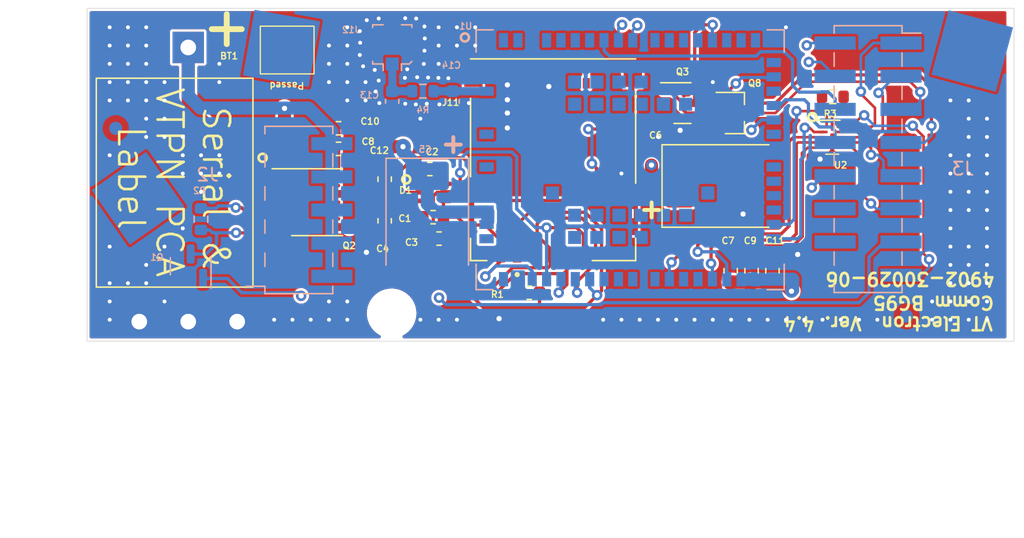
<source format=kicad_pcb>
(kicad_pcb (version 20240108) (generator "pcbnew") (generator_version "8.0")
  (layers (0 "F.Cu" signal) (1 "In1.Cu" signal) (2 "In2.Cu" signal) (31 "B.Cu" signal) (34 "B.Paste" user) (35 "F.Paste" user) (36 "B.SilkS" user "B.Silkscreen") (37 "F.SilkS" user "F.Silkscreen") (38 "B.Mask" user) (39 "F.Mask" user) (44 "Edge.Cuts" user))
  (net 0 "")
  (net 1 "GND")
  (net 5 "/uGND")
  (net 6 "/uRST")
  (net 7 "/uCLK")
  (net 8 "/uData")
  (net 9 "/uVDD")
  (net 10 "/VBAT")
  (net 11 "/uStatus")
  (net 12 "/uPWRKEY")
  (net 13 "/uDTR")
  (net 14 "/TxD")
  (net 15 "/RxD")
  (net 16 "/uDCD")
  (net 17 "/RF_OUT")
  (net 18 "Net-(Q1-Pad3)")
  (net 19 "/RXD")
  (net 20 "/TXD")
  (net 21 "/VDD_EXT")
  (net 22 "/DTR")
  (net 23 "/DCD")
  (net 24 "/PWRKEY")
  (net 25 "/Status")
  (net 26 "/Alim")
  (net 58 "/+3V6d")
  (net 59 "/+3V3_UC")
  (net 60 "/RF_OUT1")
  (net 61 "Net-(R3-Pad2)")
  (net 62 "/T")
  (net 63 "/R")
  (net 64 "/D+")
  (net 65 "/D-")
  (net 66 "/Vbus")
  (footprint "Capacitor_SMD:C_0603_1608Metric" (layer "F.Cu") (at 30.51 -6.5 180)
    (property "Reference" "C1")
    (property "Value" "33p")
  )
  (footprint "Capacitor_SMD:C_0603_1608Metric" (layer "F.Cu") (at 30.26 -10.19 180)
    (property "Reference" "C2")
    (property "Value" "33p")
  )
  (footprint "Capacitor_SMD:C_0603_1608Metric" (layer "F.Cu") (at 30.9626 -4.86 180)
    (property "Reference" "C3")
    (property "Value" "33p")
  )
  (footprint "Capacitor_SMD:C_0603_1608Metric" (layer "F.Cu") (at 26.797 -6.223 -90)
    (property "Reference" "C4")
    (property "Value" "100n")
  )
  (footprint "Capacitor_Tantalum_SMD:CP_EIA-7361-38_AVX-V_Pad2.18x3.30mm_HandSolder" (layer "F.Cu") (at 52.578 -8.89)
    (property "Reference" "C6")
    (property "Value" "TAJD477K006RNJ")
  )
  (footprint "Capacitor_SMD:C_0603_1608Metric_Pad1.05x0.95mm_HandSolder" (layer "F.Cu") (at 53.3 -2.4 90)
    (property "Reference" "C7")
    (property "Value" "100n")
  )
  (footprint "Capacitor_SMD:C_0603_1608Metric_Pad1.05x0.95mm_HandSolder" (layer "F.Cu") (at 23.2664 -11.7348 180)
    (property "Reference" "C8")
    (property "Value" "100n")
  )
  (footprint "Capacitor_SMD:C_0603_1608Metric_Pad1.05x0.95mm_HandSolder" (layer "F.Cu") (at 54.9 -2.4 90)
    (property "Reference" "C9")
    (property "Value" "33p")
  )
  (footprint "Capacitor_SMD:C_0603_1608Metric_Pad1.05x0.95mm_HandSolder" (layer "F.Cu") (at 23.2664 -13.3096 180)
    (property "Reference" "C10")
    (property "Value" "33p")
  )
  (footprint "Capacitor_SMD:C_0603_1608Metric_Pad1.05x0.95mm_HandSolder" (layer "F.Cu") (at 56.5 -2.4 90)
    (property "Reference" "C11")
    (property "Value" "10p")
  )
  (footprint "Capacitor_SMD:C_0603_1608Metric_Pad1.05x0.95mm_HandSolder" (layer "F.Cu") (at 26.797 -9.412 -90)
    (property "Reference" "C12")
    (property "Value" "10p")
  )
  (footprint "Diode_SMD:SC70-6" (layer "F.Cu") (at 30.51 -8.4 -90)
    (property "Reference" "D1")
    (property "Value" "SMF05C.TCT" (hide yes))
  )
  (footprint "Package_SO:SOIC-8_3.9x4.9mm_P1.27mm" (layer "F.Cu") (at 21.625 -7.65)
    (property "Reference" "Q2")
    (property "Value" "AO4459" (hide yes))
  )
  (footprint "Package_TO_SOT_SMD:SOT-23" (layer "F.Cu") (at 53.594 -14.478)
    (property "Reference" "Q8")
    (property "Value" "PDTC143XT")
  )
  (footprint "Resistor_SMD:R_0603_1608Metric" (layer "F.Cu") (at 37.8714 -0.7112 180)
    (property "Reference" "R1")
    (property "Value" "15k")
  )
  (footprint "Connector_Molex:MOLEX_78646-3001" (layer "F.Cu") (at 39.7 -10.9 90)
    (property "Reference" "J11")
    (property "Value" "78646-3001")
  )
  (footprint "Package_DFN_QFN:Texas_R_PUQFN-N12" (layer "F.Cu") (at 61.075 -12.625)
    (property "Reference" "U2")
    (property "Value" "TXB0104RUT" (hide yes))
  )
  (footprint "Resistor_SMD:R_0603_1608Metric" (layer "F.Cu") (at 61.125 -15.725)
    (property "Reference" "R3")
    (property "Value" "4k7")
  )
  (footprint "Battery:HLC1520-3P" (layer "F.Cu") (at 11.75 -19.5 -90)
    (property "Reference" "BT1")
    (property "Value" "HLC1520-3P")
  )
  (footprint "MountingHole:MountingHole_2.5mm  Simpla" (layer "F.Cu") (at 27.3304 0.8636)
    (property "Reference" "H1" (hide yes))
    (property "Value" "MountingHole" (hide yes))
  )
  (footprint "Fiducial:Fiducial_1mm_Mask2mm" (layer "F.Cu") (at 72.2376 -20.2946)
    (property "Reference" "FID1" (hide yes))
    (property "Value" "Fiducial" (hide yes))
  )
  (footprint "Fiducial:Fiducial_1mm_Mask2mm" (layer "F.Cu") (at 6.223 -2.794)
    (property "Reference" "FID4" (hide yes))
    (property "Value" "Fiducial" (hide yes))
  )
  (footprint "Symbol:Eticheta" (layer "F.Cu") (at 10.708 -9.144 -90)
    (property "Reference" "TP1" (hide yes))
    (property "Value" "Eticheta" (hide yes))
  )
  (footprint "Package_TO_SOT_SMD:SOT-23" (layer "F.Cu") (at 49.6085 -15.24)
    (property "Reference" "Q3")
    (property "Value" "PDTC143XT")
  )
  (footprint "BG95:XCVR_BG95M3LA-64-SGNS" (layer "B.Cu") (at 45.6 -10.9 -90)
    (property "Reference" "U1")
    (property "Value" "BG95")
  )
  (footprint "Capacitor_Tantalum_SMD:CP_EIA-7361-38_AVX-V_Pad2.18x3.30mm_HandSolder" (layer "B.Cu") (at 30.06 -6.48 -90)
    (property "Reference" "C5")
    (property "Value" "TAJD477K006RNJ")
  )
  (footprint "Connector_Coaxial:U.FL_Molex_MCRF_73412-0110_Vertical" (layer "B.Cu") (at 27.3812 -19.7358 180)
    (property "Reference" "J12")
    (property "Value" "CONUFL001-SMD-T" (hide yes))
  )
  (footprint "Connector_PinHeader_2.54mm:PinHeader_2x08_P2.54mm_Vertical_SMD_MOD" (layer "B.Cu") (at 63.825 -10.95 180)
    (property "Reference" "J3")
    (property "Value" "Conn_02x08_Counter_Clockwise")
  )
  (footprint "TestPoint:TestPoint_Pad_5.1x5.1mm" (layer "B.Cu") (at 18.8976 -19.431 170)
    (property "Reference" "J5" (hide yes))
    (property "Value" "Conn_01x01_Male" (hide yes))
  )
  (footprint "Fiducial:Fiducial_1mm_Mask2mm" (layer "B.Cu") (at 66.7766 1.0922 180)
    (property "Reference" "FID2" (hide yes))
    (property "Value" "Fiducial" (hide yes))
  )
  (footprint "Resistor_SMD:R_0603_1608Metric" (layer "B.Cu") (at 29.725 -16.15)
    (property "Reference" "R4")
    (property "Value" "0")
  )
  (footprint "Connector_PinHeader_2.54mm:PinHeader_2x05_P2.54mm_Vertical_SMD_MOD" (layer "B.Cu") (at 20.225 -7.05)
    (property "Reference" "J2")
    (property "Value" "Conn_02x05_Counter_Clockwise")
  )
  (footprint "Package_TO_SOT_SMD:SOT-23" (layer "B.Cu") (at 11.938 -2.7432 90)
    (property "Reference" "Q1")
    (property "Value" "PDTC143XT")
  )
  (footprint "Capacitor_SMD:C_0603_1608Metric" (layer "B.Cu") (at 27.375 -15.375 -90)
    (property "Reference" "C13")
    (property "Value" "DNP")
  )
  (footprint "TestPoint:TestPoint_Pad_5.1x5.1mm" (layer "B.Cu") (at 71.8058 -19.2278 165)
    (property "Reference" "J6" (hide yes))
    (property "Value" "Conn_01x01_Male" (hide yes))
  )
  (footprint "TestPoint:TestPoint_Pad_5.1x5.1mm" (layer "B.Cu") (at 7.9 -7.9502 125)
    (property "Reference" "J4" (hide yes))
    (property "Value" "Conn_01x01_Male" (hide yes))
  )
  (footprint "Resistor_SMD:R_0603_1608Metric" (layer "B.Cu") (at 12.7254 -6.35 -90)
    (property "Reference" "R2")
    (property "Value" "4k7" (hide yes))
  )
  (footprint "Fiducial:Fiducial_1mm_Mask2mm" (layer "B.Cu") (at 6.1976 -13.3096 180)
    (property "Reference" "FID3" (hide yes))
    (property "Value" "Fiducial" (hide yes))
  )
  (footprint "Capacitor_SMD:C_0603_1608Metric" (layer "B.Cu") (at 32 -15.375 -90)
    (property "Reference" "C14")
    (property "Value" "DNP")
  )
  (gr_circle (center 32.9438 -20.2692) (end 33.253847 -20.2692) (stroke (width 0.2)) (fill none) (layer "B.SilkS"))
  (gr_circle (center 28.448 -9.398) (end 28.758047 -9.398) (stroke (width 0.2)) (fill none) (layer "F.SilkS"))
  (gr_circle (center 59.563 -14.1732) (end 59.873047 -14.1732) (stroke (width 0.2)) (fill none) (layer "F.SilkS"))
  (gr_circle (center 17.4498 -11.049) (end 17.759847 -11.049) (stroke (width 0.2)) (fill none) (layer "F.SilkS"))
  (gr_rect (start 17.272 -21.1328) (end 21.3868 -17.4752) (stroke (width 0.1)) (fill none) (layer "F.SilkS"))
  (gr_line (start 4 -22.5) (end 4 3) (stroke (width 0.05)) (layer "Edge.Cuts"))
  (gr_line (start 75 3) (end 4 3) (stroke (width 0.05)) (layer "Edge.Cuts"))
  (gr_line (start 75 3) (end 75 -22.5) (stroke (width 0.05)) (layer "Edge.Cuts"))
  (gr_line (start 75 -22.5) (end 4 -22.5) (stroke (width 0.05)) (layer "Edge.Cuts"))
  (gr_text "+" (at 32.0548 -12.1666 0) (layer "B.SilkS") (effects (font (size 1.5 1.5) (thickness 0.3))))
  (gr_text "4902-30029-06" (at 67.056 -1.778 180) (layer "F.SilkS") (effects (font (size 1 1) (thickness 0.2))))
  (gr_text "VT Electron  Ver. 4.4\n\n" (at 65.3542 0.8128 180) (layer "F.SilkS") (effects (font (size 1 1) (thickness 0.2))))
  (gr_text "Passed" (at 19.304 -16.5862 180) (layer "F.SilkS") (effects (font (size 0.5 0.5) (thickness 0.1))))
  (gr_text "Comm BG95\n\n" (at 68.834 -0.762 180) (layer "F.SilkS") (effects (font (size 1 1) (thickness 0.2))))
  (gr_text "+" (at 47.244 -7.1628 0) (layer "F.SilkS") (effects (font (size 1.5 1.5) (thickness 0.3))))
  (segment (start 56.25 -3.25) (end 56.3 -3.2) (width 0.25) (layer "F.Cu") (net 1))
  (segment (start 55.7655 -8.2555) (end 54.25 -6.74) (width 0.25) (layer "F.Cu") (net 1))
  (segment (start 60.4066 -10.775) (end 60.25 -10.775) (width 0.25) (layer "F.Cu") (net 1))
  (segment (start 56.5 -3.275) (end 58.055 -3.275) (width 0.25) (layer "F.Cu") (net 1))
  (segment (start 53.3 -3.275) (end 54.875 -3.275) (width 0.25) (layer "F.Cu") (net 1))
  (segment (start 61.075 -11.825) (end 61.075 -11.025) (width 0.25) (layer "F.Cu") (net 1))
  (segment (start 55.7655 -8.89) (end 55.7655 -8.2555) (width 0.25) (layer "F.Cu") (net 1))
  (segment (start 60.825 -10.775) (end 60.4066 -10.775) (width 0.25) (layer "F.Cu") (net 1))
  (segment (start 49.43 -13.15) (end 49.808 -13.528) (width 0.25) (layer "F.Cu") (net 1))
  (segment (start 60.4066 -10.775) (end 60.3196 -10.775) (width 0.25) (layer "F.Cu") (net 1))
  (segment (start 58.432288 -3.647712) (end 58.432288 -3.644211) (width 0.25) (layer "F.Cu") (net 1))
  (segment (start 60.3196 -10.775) (end 60.1472 -10.9474) (width 0.25) (layer "F.Cu") (net 1))
  (segment (start 48.9 -13.15) (end 49.43 -13.15) (width 0.25) (layer "F.Cu") (net 1))
  (segment (start 60.25 -10.775) (end 60.225 -10.8) (width 0.25) (layer "F.Cu") (net 1))
  (segment (start 58.055 -3.275) (end 58.43 -3.65) (width 0.25) (layer "F.Cu") (net 1))
  (segment (start 48.671 -14.29) (end 48.671 -13.379) (width 0.25) (layer "F.Cu") (net 1))
  (segment (start 54.9 -3.275) (end 56.275 -3.275) (width 0.25) (layer "F.Cu") (net 1))
  (segment (start 48.671 -13.379) (end 48.9 -13.15) (width 0.25) (layer "F.Cu") (net 1))
  (segment (start 54.875 -3.275) (end 54.9 -3.25) (width 0.25) (layer "F.Cu") (net 1))
  (segment (start 49.808 -13.528) (end 52.594 -13.528) (width 0.25) (layer "F.Cu") (net 1))
  (segment (start 54.875 -3.275) (end 54.9 -3.3) (width 0.25) (layer "F.Cu") (net 1))
  (segment (start 58.43 -3.65) (end 58.432288 -3.647712) (width 0.25) (layer "F.Cu") (net 1))
  (segment (start 61.075 -11.025) (end 60.825 -10.775) (width 0.25) (layer "F.Cu") (net 1))
  (via (at 30.0228 -15.1892) (size 0.6) (drill 0.3) (layers "F.Cu" "B.Cu") (net 1))
  (via (at 22.533 -0.045394) (size 0.6) (drill 0.3) (layers "F.Cu" "B.Cu") (net 1))
  (via (at 12.733 -9.845394) (size 0.6) (drill 0.3) (layers "F.Cu" "B.Cu") (net 1))
  (via (at 71.533 -8.445394) (size 0.6) (drill 0.3) (layers "F.Cu" "B.Cu") (net 1))
  (via (at 58.933 1.354606) (size 0.6) (drill 0.3) (layers "F.Cu" "B.Cu") (net 1))
  (via (at 39.37 -16.51) (size 0.8) (drill 0.4) (layers "F.Cu" "B.Cu") (net 1))
  (via (at 26.3398 -16.9672) (size 0.6) (drill 0.3) (layers "F.Cu" "B.Cu") (net 1))
  (via (at 11.333 -11.245394) (size 0.6) (drill 0.3) (layers "F.Cu" "B.Cu") (net 1))
  (via (at 30.933 -18.245394) (size 0.6) (drill 0.3) (layers "F.Cu" "B.Cu") (net 1))
  (via (at 70.133 -8.445394) (size 0.6) (drill 0.3) (layers "F.Cu" "B.Cu") (net 1))
  (via (at 70.133 -7.045394) (size 0.6) (drill 0.3) (layers "F.Cu" "B.Cu") (net 1))
  (via (at 58.432288 -3.644211) (size 0.8) (drill 0.4) (layers "F.Cu" "B.Cu") (net 1))
  (via (at 28.5242 -17.8308) (size 0.6) (drill 0.3) (layers "F.Cu" "B.Cu") (net 1))
  (via (at 5.733 -4.245394) (size 0.6) (drill 0.3) (layers "F.Cu" "B.Cu") (net 1))
  (via (at 60.333 1.354606) (size 0.6) (drill 0.3) (layers "F.Cu" "B.Cu") (net 1))
  (via (at 29.533 -14.045394) (size 0.6) (drill 0.3) (layers "F.Cu" "B.Cu") (net 1))
  (via (at 32.333 1.354606) (size 0.6) (drill 0.3) (layers "F.Cu" "B.Cu") (net 1))
  (via (at 36.195 -13.335) (size 0.8) (drill 0.4) (layers "F.Cu" "B.Cu") (net 1))
  (via (at 11.333 -12.645394) (size 0.6) (drill 0.3) (layers "F.Cu" "B.Cu") (net 1))
  (via (at 70.133 -5.645394) (size 0.6) (drill 0.3) (layers "F.Cu" "B.Cu") (net 1))
  (via (at 26.035 -17.78) (size 0.6) (drill 0.3) (layers "F.Cu" "B.Cu") (net 1))
  (via (at 24.9174 -19.8628) (size 0.6) (drill 0.3) (layers "F.Cu" "B.Cu") (net 1))
  (via (at 72.933 -11.245394) (size 0.6) (drill 0.3) (layers "F.Cu" "B.Cu") (net 1))
  (via (at 72.933 1.354606) (size 0.6) (drill 0.3) (layers "F.Cu" "B.Cu") (net 1))
  (via (at 72.933 -4.245394) (size 0.6) (drill 0.3) (layers "F.Cu" "B.Cu") (net 1))
  (via (at 5.733 -11.245394) (size 0.6) (drill 0.3) (layers "F.Cu" "B.Cu") (net 1))
  (via (at 72.933 -9.845394) (size 0.6) (drill 0.3) (layers "F.Cu" "B.Cu") (net 1))
  (via (at 5.733 -21.045394) (size 0.6) (drill 0.3) (layers "F.Cu" "B.Cu") (net 1))
  (via (at 33.733 -21.045394) (size 0.6) (drill 0.3) (layers "F.Cu" "B.Cu") (net 1))
  (via (at 14.133 -18.245394) (size 0.6) (drill 0.3) (layers "F.Cu" "B.Cu") (net 1))
  (via (at 5.733 -19.645394) (size 0.6) (drill 0.3) (layers "F.Cu" "B.Cu") (net 1))
  (via (at 35.56 1.27) (size 0.8) (drill 0.4) (layers "F.Cu" "B.Cu") (net 1))
  (via (at 30.1244 -17.1958) (size 0.6) (drill 0.3) (layers "F.Cu" "B.Cu") (net 1))
  (via (at 29.7942 -18.2372) (size 0.6) (drill 0.3) (layers "F.Cu" "B.Cu") (net 1))
  (via (at 12.733 -8.445394) (size 0.6) (drill 0.3) (layers "F.Cu" "B.Cu") (net 1))
  (via (at 70.133 -11.245394) (size 0.6) (drill 0.3) (layers "F.Cu" "B.Cu") (net 1))
  (via (at 71.533 -1.445394) (size 0.6) (drill 0.3) (layers "F.Cu" "B.Cu") (net 1))
  (via (at 60.1472 -10.9474) (size 0.8) (drill 0.4) (layers "F.Cu" "B.Cu") (net 1))
  (via (at 22.533 -18.245394) (size 0.6) (drill 0.3) (layers "F.Cu" "B.Cu") (net 1))
  (via (at 29.533 1.354606) (size 0.6) (drill 0.3) (layers "F.Cu" "B.Cu") (net 1))
  (via (at 8.533 -16.845394) (size 0.6) (drill 0.3) (layers "F.Cu" "B.Cu") (net 1))
  (via (at 7.133 -21.045394) (size 0.6) (drill 0.3) (layers "F.Cu" "B.Cu") (net 1))
  (via (at 26.3906 -15.24) (size 0.6) (drill 0.3) (layers "F.Cu" "B.Cu") (net 1))
  (via (at 33.733 -19.645394) (size 0.6) (drill 0.3) (layers "F.Cu" "B.Cu") (net 1))
  (via (at 70.133 -9.845394) (size 0.6) (drill 0.3) (layers "F.Cu" "B.Cu") (net 1))
  (via (at 44.933 -9.845394) (size 0.6) (drill 0.3) (layers "F.Cu" "B.Cu") (net 1))
  (via (at 29.2862 -17.2212) (size 0.6) (drill 0.3) (layers "F.Cu" "B.Cu") (net 1))
  (via (at 9.933 -0.045394) (size 0.6) (drill 0.3) (layers "F.Cu" "B.Cu") (net 1))
  (via (at 8.533 -21.045394) (size 0.6) (drill 0.3) (layers "F.Cu" "B.Cu") (net 1))
  (via (at 70.133 1.354606) (size 0.6) (drill 0.3) (layers "F.Cu" "B.Cu") (net 1))
  (via (at 5.733 -1.445394) (size 0.6) (drill 0.3) (layers "F.Cu" "B.Cu") (net 1))
  (via (at 7.133 -1.445394) (size 0.6) (drill 0.3) (layers "F.Cu" "B.Cu") (net 1))
  (via (at 25.333 -16.845394) (size 0.6) (drill 0.3) (layers "F.Cu" "B.Cu") (net 1))
  (via (at 72.933 -5.645394) (size 0.6) (drill 0.3) (layers "F.Cu" "B.Cu") (net 1))
  (via (at 71.533 -9.845394) (size 0.6) (drill 0.3) (layers "F.Cu" "B.Cu") (net 1))
  (via (at 9.933 -15.445394) (size 0.6) (drill 0.3) (layers "F.Cu" "B.Cu") (net 1))
  (via (at 8.533 -15.445394) (size 0.6) (drill 0.3) (layers "F.Cu" "B.Cu") (net 1))
  (via (at 49.133 1.354606) (size 0.6) (drill 0.3) (layers "F.Cu" "B.Cu") (net 1))
  (via (at 14.133 -9.845394) (size 0.6) (drill 0.3) (layers "F.Cu" "B.Cu") (net 1))
  (via (at 57.533 -21.045394) (size 0.6) (drill 0.3) (layers "F.Cu" "B.Cu") (net 1))
  (via (at 31.6738 -17.145) (size 0.6) (drill 0.3) (layers "F.Cu" "B.Cu") (net 1))
  (via (at 8.533 -2.845394) (size 0.6) (drill 0.3) (layers "F.Cu" "B.Cu") (net 1))
  (via (at 28.3718 -15.1892) (size 0.6) (drill 0.3) (layers "F.Cu" "B.Cu") (net 1))
  (via (at 70.133 -0.045394) (size 0.6) (drill 0.3) (layers "F.Cu" "B.Cu") (net 1))
  (via (at 57.533 1.354606) (size 0.6) (drill 0.3) (layers "F.Cu" "B.Cu") (net 1))
  (via (at 9.933 -12.645394) (size 0.6) (drill 0.3) (layers "F.Cu" "B.Cu") (net 1))
  (via (at 25.333 -15.445394) (size 0.6) (drill 0.3) (layers "F.Cu" "B.Cu") (net 1))
  (via (at 32.333 -19.645394) (size 0.6) (drill 0.3) (layers "F.Cu" "B.Cu") (net 1))
  (via (at 72.933 -12.645394) (size 0.6) (drill 0.3) (layers "F.Cu" "B.Cu") (net 1))
  (via (at 36.195 -14.478) (size 0.8) (drill 0.4) (layers "F.Cu" "B.Cu") (net 1))
  (via (at 72.933 -7.045394) (size 0.6) (drill 0.3) (layers "F.Cu" "B.Cu") (net 1))
  (via (at 18.333 1.354606) (size 0.6) (drill 0.3) (layers "F.Cu" "B.Cu") (net 1))
  (via (at 71.533 1.354606) (size 0.6) (drill 0.3) (layers "F.Cu" "B.Cu") (net 1))
  (via (at 43.533 1.354606) (size 0.6) (drill 0.3) (layers "F.Cu" "B.Cu") (net 1))
  (via (at 7.133 -15.445394) (size 0.6) (drill 0.3) (layers "F.Cu" "B.Cu") (net 1))
  (via (at 30.9118 -17.1704) (size 0.6) (drill 0.3) (layers "F.Cu" "B.Cu") (net 1))
  (via (at 8.533 -14.045394) (size 0.6) (drill 0.3) (layers "F.Cu" "B.Cu") (net 1))
  (via (at 63.133 1.354606) (size 0.6) (drill 0.3) (layers "F.Cu" "B.Cu") (net 1))
  (via (at 26.3398 -21.717) (size 0.6) (drill 0.3) (layers "F.Cu" "B.Cu") (net 1))
  (via (at 12.733 -11.245394) (size 0.6) (drill 0.3) (layers "F.Cu" "B.Cu") (net 1))
  (via (at 8.533 -12.645394) (size 0.6) (drill 0.3) (layers "F.Cu" "B.Cu") (net 1))
  (via (at 68.733 1.354606) (size 0.6) (drill 0.3) (layers "F.Cu" "B.Cu") (net 1))
  (via (at 23.933 -16.845394) (size 0.6) (drill 0.3) (layers "F.Cu" "B.Cu") (net 1))
  (via (at 7.133 -18.245394) (size 0.6) (drill 0.3) (layers "F.Cu" "B.Cu") (net 1))
  (via (at 28.3464 -17.1704) (size 0.6) (drill 0.3) (layers "F.Cu" "B.Cu") (net 1))
  (via (at 22.533 1.354606) (size 0.6) (drill 0.3) (layers "F.Cu" "B.Cu") (net 1))
  (via (at 70.133 -1.445394) (size 0.6) (drill 0.3) (layers "F.Cu" "B.Cu") (net 1))
  (via (at 24.892 -18.923) (size 0.6) (drill 0.3) (layers "F.Cu" "B.Cu") (net 1))
  (via (at 7.133 -16.845394) (size 0.6) (drill 0.3) (layers "F.Cu" "B.Cu") (net 1))
  (via (at 8.533 -1.445394) (size 0.6) (drill 0.3) (layers "F.Cu" "B.Cu") (net 1))
  (via (at 71.533 -4.245394) (size 0.6) (drill 0.3) (layers "F.Cu" "B.Cu") (net 1))
  (via (at 23.933 1.354606) (size 0.6) (drill 0.3) (layers "F.Cu" "B.Cu") (net 1))
  (via (at 29.845 -19.2532) (size 0.6) (drill 0.3) (layers "F.Cu" "B.Cu") (net 1))
  (via (at 8.533 -18.245394) (size 0.6) (drill 0.3) (layers "F.Cu" "B.Cu") (net 1))
  (via (at 29.21 -21.717) (size 0.6) (drill 0.3) (layers "F.Cu" "B.Cu") (net 1))
  (via (at 30.933 1.354606) (size 0.6) (drill 0.3) (layers "F.Cu" "B.Cu") (net 1))
  (via (at 8.533 -19.645394) (size 0.6) (drill 0.3) (layers "F.Cu" "B.Cu") (net 1))
  (via (at 24.892 -20.7518) (size 0.6) (drill 0.3) (layers "F.Cu" "B.Cu") (net 1))
  (via (at 30.933 -19.645394) (size 0.6) (drill 0.3) (layers "F.Cu" "B.Cu") (net 1))
  (via (at 14.133 -11.245394) (size 0.6) (drill 0.3) (layers "F.Cu" "B.Cu") (net 1))
  (via (at 11.333 -5.645394) (size 0.6) (drill 0.3) (layers "F.Cu" "B.Cu") (net 1))
  (via (at 14.133 -16.845394) (size 0.6) (drill 0.3) (layers "F.Cu" "B.Cu") (net 1))
  (via (at 30.933 -21.045394) (size 0.6) (drill 0.3) (layers "F.Cu" "B.Cu") (net 1))
  (via (at 71.533 -12.645394) (size 0.6) (drill 0.3) (layers "F.Cu" "B.Cu") (net 1))
  (via (at 25.4 -3.81) (size 0.8) (drill 0.4) (layers "F.Cu" "B.Cu") (net 1))
  (via (at 36.195 -16.637) (size 0.8) (drill 0.4) (layers "F.Cu" "B.Cu") (net 1))
  (via (at 49.43 -13.15) (size 0.8) (drill 0.4) (layers "F.Cu" "B.Cu") (net 1))
  (via (at 36.195 -15.494) (size 0.8) (drill 0.4) (layers "F.Cu" "B.Cu") (net 1))
  (via (at 22.533 -19.645394) (size 0.6) (drill 0.3) (layers "F.Cu" "B.Cu") (net 1))
  (via (at 23.933 -19.645394) (size 0.6) (drill 0.3) (layers "F.Cu" "B.Cu") (net 1))
  (via (at 23.933 -21.045394) (size 0.6) (drill 0.3) (layers "F.Cu" "B.Cu") (net 1))
  (via (at 9.933 -4.245394) (size 0.6) (drill 0.3) (layers "F.Cu" "B.Cu") (net 1))
  (via (at 19.733 1.354606) (size 0.6) (drill 0.3) (layers "F.Cu" "B.Cu") (net 1))
  (via (at 70.133 -15.445394) (size 0.6) (drill 0.3) (layers "F.Cu" "B.Cu") (net 1))
  (via (at 72.933 -14.045394) (size 0.6) (drill 0.3) (layers "F.Cu" "B.Cu") (net 1))
  (via (at 44.933 1.354606) (size 0.6) (drill 0.3) (layers "F.Cu" "B.Cu") (net 1))
  (via (at 32.333 -21.045394) (size 0.6) (drill 0.3) (layers "F.Cu" "B.Cu") (net 1))
  (via (at 72.933 -0.045394) (size 0.6) (drill 0.3) (layers "F.Cu" "B.Cu") (net 1))
  (via (at 21.133 1.354606) (size 0.6) (drill 0.3) (layers "F.Cu" "B.Cu") (net 1))
  (via (at 56.133 1.354606) (size 0.6) (drill 0.3) (layers "F.Cu" "B.Cu") (net 1))
  (via (at 33.2486 -15.24) (size 0.6) (drill 0.3) (layers "F.Cu" "B.Cu") (net 1))
  (via (at 50.533 1.354606) (size 0.6) (drill 0.3) (layers "F.Cu" "B.Cu") (net 1))
  (via (at 71.533 -2.845394) (size 0.6) (drill 0.3) (layers "F.Cu" "B.Cu") (net 1))
  (via (at 25.4254 -21.59) (size 0.6) (drill 0.3) (layers "F.Cu" "B.Cu") (net 1))
  (via (at 5.733 1.354606) (size 0.6) (drill 0.3) (layers "F.Cu" "B.Cu") (net 1))
  (via (at 23.933 -18.245394) (size 0.6) (drill 0.3) (layers "F.Cu" "B.Cu") (net 1))
  (via (at 29.1846 -15.1384) (size 0.6) (drill 0.3) (layers "F.Cu" "B.Cu") (net 1))
  (via (at 71.533 -11.245394) (size 0.6) (drill 0.3) (layers "F.Cu" "B.Cu") (net 1))
  (via (at 71.533 -15.445394) (size 0.6) (drill 0.3) (layers "F.Cu" "B.Cu") (net 1))
  (via (at 5.733 -18.245394) (size 0.6) (drill 0.3) (layers "F.Cu" "B.Cu") (net 1))
  (via (at 29.845 -21.1074) (size 0.6) (drill 0.3) (layers "F.Cu" "B.Cu") (net 1))
  (via (at 26.1112 -16.129) (size 0.6) (drill 0.3) (layers "F.Cu" "B.Cu") (net 1))
  (via (at 47.733 1.354606) (size 0.6) (drill 0.3) (layers "F.Cu" "B.Cu") (net 1))
  (via (at 72.933 -8.445394) (size 0.6) (drill 0.3) (layers "F.Cu" "B.Cu") (net 1))
  (via (at 5.733 -15.445394) (size 0.6) (drill 0.3) (layers "F.Cu" "B.Cu") (net 1))
  (via (at 28.3718 -21.7424) (size 0.6) (drill 0.3) (layers "F.Cu" "B.Cu") (net 1))
  (via (at 54.25 -6.74) (size 0.8) (drill 0.4) (layers "F.Cu" "B.Cu") (net 1))
  (via (at 68.733 -0.045394) (size 0.6) (drill 0.3) (layers "F.Cu" "B.Cu") (net 1))
  (via (at 47.733 -12.645394) (size 0.6) (drill 0.3) (layers "F.Cu" "B.Cu") (net 1))
  (via (at 51.933 1.354606) (size 0.6) (drill 0.3) (layers "F.Cu" "B.Cu") (net 1))
  (via (at 71.533 -14.045394) (size 0.6) (drill 0.3) (layers "F.Cu" "B.Cu") (net 1))
  (via (at 22.533 -16.845394) (size 0.6) (drill 0.3) (layers "F.Cu" "B.Cu") (net 1))
  (via (at 64.533 1.354606) (size 0.6) (drill 0.3) (layers "F.Cu" "B.Cu") (net 1))
  (via (at 29.8704 -20.193) (size 0.6) (drill 0.3) (layers "F.Cu" "B.Cu") (net 1))
  (via (at 9.933 -14.045394) (size 0.6) (drill 0.3) (layers "F.Cu" "B.Cu") (net 1))
  (via (at 9.933 -16.845394) (size 0.6) (drill 0.3) (layers "F.Cu" "B.Cu") (net 1))
  (via (at 54.733 1.354606) (size 0.6) (drill 0.3) (layers "F.Cu" "B.Cu") (net 1))
  (via (at 72.933 -1.445394) (size 0.6) (drill 0.3) (layers "F.Cu" "B.Cu") (net 1))
  (via (at 23.933 -0.045394) (size 0.6) (drill 0.3) (layers "F.Cu" "B.Cu") (net 1))
  (via (at 71.533 -0.045394) (size 0.6) (drill 0.3) (layers "F.Cu" "B.Cu") (net 1))
  (via (at 7.133 -19.645394) (size 0.6) (drill 0.3) (layers "F.Cu" "B.Cu") (net 1))
  (via (at 46.333 1.354606) (size 0.6) (drill 0.3) (layers "F.Cu" "B.Cu") (net 1))
  (via (at 70.133 -2.845394) (size 0.6) (drill 0.3) (layers "F.Cu" "B.Cu") (net 1))
  (via (at 5.733 -16.845394) (size 0.6) (drill 0.3) (layers "F.Cu" "B.Cu") (net 1))
  (via (at 71.533 -7.045394) (size 0.6) (drill 0.3) (layers "F.Cu" "B.Cu") (net 1))
  (via (at 25.146 -18.0594) (size 0.6) (drill 0.3) (layers "F.Cu" "B.Cu") (net 1))
  (via (at 72.933 -2.845394) (size 0.6) (drill 0.3) (layers "F.Cu" "B.Cu") (net 1))
  (via (at 70.133 -4.245394) (size 0.6) (drill 0.3) (layers "F.Cu" "B.Cu") (net 1))
  (via (at 61.733 1.354606) (size 0.6) (drill 0.3) (layers "F.Cu" "B.Cu") (net 1))
  (via (at 5.733 -0.045394) (size 0.6) (drill 0.3) (layers "F.Cu" "B.Cu") (net 1))
  (via (at 30.988 -15.1384) (size 0.6) (drill 0.3) (layers "F.Cu" "B.Cu") (net 1))
  (via (at 11.333 -9.845394) (size 0.6) (drill 0.3) (layers "F.Cu" "B.Cu") (net 1))
  (via (at 53.333 1.354606) (size 0.6) (drill 0.3) (layers "F.Cu" "B.Cu") (net 1))
  (via (at 23.933 -15.445394) (size 0.6) (drill 0.3) (layers "F.Cu" "B.Cu") (net 1))
  (via (at 51.933 -16.845394) (size 0.6) (drill 0.3) (layers "F.Cu" "B.Cu") (net 1))
  (segment (start 33.43 -7.775) (end 35.925 -7.775) (width 0.25) (layer "F.Cu") (net 5))
  (segment (start 35.675 -4.725) (end 34.5 -5.9) (width 0.25) (layer "F.Cu") (net 5))
  (segment (start 43.025 -7.775) (end 43.025 -10.25) (width 0.25) (layer "F.Cu") (net 5))
  (segment (start 42.4 -13.25) (end 45.175 -13.25) (width 0.25) (layer "F.Cu") (net 5))
  (segment (start 28.01 -6.9) (end 28.41 -6.5) (width 0.25) (layer "F.Cu") (net 5))
  (segment (start 34.5 -5.9) (end 33.6 -5.9) (width 0.25) (layer "F.Cu") (net 5))
  (segment (start 29.4725 -10.19) (end 29.4725 -10.9225) (width 0.25) (layer "F.Cu") (net 5))
  (segment (start 36.795 -7.775) (end 43.025 -7.775) (width 0.25) (layer "F.Cu") (net 5))
  (segment (start 45.24 -17.9) (end 45.805 -17.335) (width 0.25) (layer "F.Cu") (net 5))
  (segment (start 28.41 -6.5) (end 29.61 -6.5) (width 0.25) (layer "F.Cu") (net 5))
  (segment (start 28.11 -8.4) (end 28.01 -8.3) (width 0.25) (layer "F.Cu") (net 5))
  (segment (start 27.8995 -7.0105) (end 28.01 -6.9) (width 0.25) (layer "F.Cu") (net 5))
  (segment (start 26.797 -7.0105) (end 27.8995 -7.0105) (width 0.25) (layer "F.Cu") (net 5))
  (segment (start 29.6 -11.05) (end 29.01 -11.05) (width 0.25) (layer "F.Cu") (net 5))
  (segment (start 32.78548 -11.05) (end 29.6 -11.05) (width 0.25) (layer "F.Cu") (net 5))
  (segment (start 45.925 -7.775) (end 46 -7.7) (width 0.25) (layer "F.Cu") (net 5))
  (segment (start 29.4725 -10.9225) (end 29.6 -11.05) (width 0.25) (layer "F.Cu") (net 5))
  (segment (start 35.55 -17.9) (end 45.24 -17.9) (width 0.25) (layer "F.Cu") (net 5))
  (segment (start 46 -7.7) (end 46 -5.8) (width 0.25) (layer "F.Cu") (net 5))
  (segment (start 29.7225 -5.3126) (end 30.1751 -4.86) (width 0.25) (layer "F.Cu") (net 5))
  (segment (start 35.675 -3.605) (end 35.675 -3.135) (width 0.25) (layer "F.Cu") (net 5))
  (segment (start 29.01 -11.05) (end 28.16 -10.2) (width 0.25) (layer "F.Cu") (net 5))
  (segment (start 43.025 -10.25) (end 42.675 -10.6) (width 0.25) (layer "F.Cu") (net 5))
  (segment (start 35.675 -3.605) (end 35.675 -4.725) (width 0.25) (layer "F.Cu") (net 5))
  (segment (start 28.01 -10.05) (end 28.01 -8.3) (width 0.25) (layer "F.Cu") (net 5))
  (segment (start 45.805 -13.88) (end 45.805 -17.335) (width 0.25) (layer "F.Cu") (net 5))
  (segment (start 43.025 -7.775) (end 45.925 -7.775) (width 0.25) (layer "F.Cu") (net 5))
  (segment (start 35.925 -7.775) (end 36.795 -7.775) (width 0.25) (layer "F.Cu") (net 5))
  (segment (start 34.985 -17.335) (end 35.55 -17.9) (width 0.25) (layer "F.Cu") (net 5))
  (segment (start 33.4 -5.9) (end 33.4 -7.8) (width 0.25) (layer "F.Cu") (net 5))
  (segment (start 33.6 -5.9) (end 33.4 -5.9) (width 0.25) (layer "F.Cu") (net 5))
  (segment (start 29.7225 -6.5) (end 29.7225 -5.3126) (width 0.25) (layer "F.Cu") (net 5))
  (segment (start 33.43 -10.40548) (end 32.78548 -11.05) (width 0.25) (layer "F.Cu") (net 5))
  (segment (start 28.01 -6.9) (end 28.01 -8.3) (width 0.25) (layer "F.Cu") (net 5))
  (segment (start 35.675 -3.135) (end 35.675 -3.125) (width 0.25) (layer "F.Cu") (net 5))
  (segment (start 29.56 -8.4) (end 28.11 -8.4) (width 0.25) (layer "F.Cu") (net 5))
  (segment (start 45.175 -13.25) (end 45.805 -13.88) (width 0.25) (layer "F.Cu") (net 5))
  (segment (start 28.16 -10.2) (end 28.01 -10.05) (width 0.25) (layer "F.Cu") (net 5))
  (segment (start 33.595 -17.335) (end 34.985 -17.335) (width 0.25) (layer "F.Cu") (net 5))
  (segment (start 33.43 -7.775) (end 33.43 -10.40548) (width 0.25) (layer "F.Cu") (net 5))
  (segment (start 35.675 -3.125) (end 34.51 -1.96) (width 0.25) (layer "F.Cu") (net 5))
  (via (at 42.675 -10.6) (size 0.8) (drill 0.4) (layers "F.Cu" "B.Cu") (net 5))
  (via (at 34.51 -1.96) (size 0.8) (drill 0.4) (layers "F.Cu" "B.Cu") (net 5))
  (via (at 42.4 -13.25) (size 0.8) (drill 0.4) (layers "F.Cu" "B.Cu") (net 5))
  (segment (start 42.675 -12.975) (end 42.4 -13.25) (width 0.25) (layer "B.Cu") (net 5))
  (segment (start 35.31 -2.76) (end 37.69 -2.76) (width 0.25) (layer "B.Cu") (net 5))
  (segment (start 38.1 -2.35) (end 38.1 -1.75) (width 0.25) (layer "B.Cu") (net 5))
  (segment (start 42.675 -10.6) (end 42.675 -12.975) (width 0.25) (layer "B.Cu") (net 5))
  (segment (start 34.51 -1.96) (end 35.31 -2.76) (width 0.25) (layer "B.Cu") (net 5))
  (segment (start 37.69 -2.76) (end 38.1 -2.35) (width 0.25) (layer "B.Cu") (net 5))
  (segment (start 32.38 -6.5) (end 32.87 -6.01) (width 0.25) (layer "F.Cu") (net 6))
  (segment (start 36.59 -2.63) (end 39.32 -2.63) (width 0.25) (layer "F.Cu") (net 6))
  (segment (start 42.95 -5.38) (end 42.95 -2.980978) (width 0.25) (layer "F.Cu") (net 6))
  (segment (start 32.87 -2.38) (end 34.05 -1.2) (width 0.25) (layer "F.Cu") (net 6))
  (segment (start 41.905489 -6.424511) (end 42.95 -5.38) (width 0.25) (layer "F.Cu") (net 6))
  (segment (start 31.2975 -6.5) (end 31.2975 -7.5875) (width 0.25) (layer "F.Cu") (net 6))
  (segment (start 41.54 -1.570978) (end 41.54 -0.719989) (width 0.25) (layer "F.Cu") (net 6))
  (segment (start 38.475489 -5.104511) (end 38.475489 -6.000103) (width 0.25) (layer "F.Cu") (net 6))
  (segment (start 39.485 -4.095) (end 38.475489 -5.104511) (width 0.25) (layer "F.Cu") (net 6))
  (segment (start 32.87 -6.01) (end 32.87 -2.38) (width 0.25) (layer "F.Cu") (net 6))
  (segment (start 34.05 -1.2) (end 35.16 -1.2) (width 0.25) (layer "F.Cu") (net 6))
  (segment (start 39.485 -3.605) (end 39.485 -4.095) (width 0.25) (layer "F.Cu") (net 6))
  (segment (start 35.16 -1.2) (end 36.59 -2.63) (width 0.25) (layer "F.Cu") (net 6))
  (segment (start 39.32 -2.63) (end 39.485 -2.795) (width 0.25) (layer "F.Cu") (net 6))
  (segment (start 39.485 -2.795) (end 39.485 -3.605) (width 0.25) (layer "F.Cu") (net 6))
  (segment (start 38.899897 -6.424511) (end 41.905489 -6.424511) (width 0.25) (layer "F.Cu") (net 6))
  (segment (start 38.475489 -6.000103) (end 38.899897 -6.424511) (width 0.25) (layer "F.Cu") (net 6))
  (segment (start 31.2975 -6.5) (end 32.38 -6.5) (width 0.25) (layer "F.Cu") (net 6))
  (segment (start 31.2975 -7.5875) (end 31.46 -7.75) (width 0.25) (layer "F.Cu") (net 6))
  (segment (start 42.95 -2.980978) (end 41.54 -1.570978) (width 0.25) (layer "F.Cu") (net 6))
  (via (at 41.54 -0.719989) (size 0.8) (drill 0.4) (layers "F.Cu" "B.Cu") (net 6))
  (segment (start 41.4 -0.67) (end 41.449989 -0.719989) (width 0.25) (layer "B.Cu") (net 6))
  (segment (start 41.4 -1.75) (end 41.4 -0.67) (width 0.25) (layer "B.Cu") (net 6))
  (segment (start 41.449989 -0.719989) (end 41.54 -0.719989) (width 0.25) (layer "B.Cu") (net 6))
  (segment (start 32.33 -9.05) (end 32.58 -9.3) (width 0.25) (layer "F.Cu") (net 7))
  (segment (start 41.5 -5.7) (end 39.2 -5.7) (width 0.25) (layer "F.Cu") (net 7))
  (segment (start 42.025 -5.175) (end 41.5 -5.7) (width 0.25) (layer "F.Cu") (net 7))
  (segment (start 31.46 -9.05) (end 32.33 -9.05) (width 0.25) (layer "F.Cu") (net 7))
  (segment (start 31.0475 -9.4625) (end 31.46 -9.05) (width 0.25) (layer "F.Cu") (net 7))
  (segment (start 31.0475 -10.19) (end 31.0475 -9.4625) (width 0.25) (layer "F.Cu") (net 7))
  (segment (start 42.025 -3.605) (end 42.025 -5.175) (width 0.25) (layer "F.Cu") (net 7))
  (segment (start 32.58 -9.3) (end 32.58 -9.9) (width 0.25) (layer "F.Cu") (net 7))
  (via (at 32.58 -9.9) (size 0.8) (drill 0.4) (layers "F.Cu" "B.Cu") (net 7))
  (via (at 39.2 -5.7) (size 0.8) (drill 0.4) (layers "F.Cu" "B.Cu") (net 7))
  (segment (start 36.91 -7.14) (end 38.35 -5.7) (width 0.25) (layer "B.Cu") (net 7))
  (segment (start 36.53 -11.5) (end 36.91 -11.12) (width 0.25) (layer "B.Cu") (net 7))
  (segment (start 32.58 -9.9) (end 32.58 -10.94) (width 0.25) (layer "B.Cu") (net 7))
  (segment (start 32.58 -10.94) (end 33.14 -11.5) (width 0.25) (layer "B.Cu") (net 7))
  (segment (start 33.14 -11.5) (end 36.53 -11.5) (width 0.25) (layer "B.Cu") (net 7))
  (segment (start 36.91 -11.12) (end 36.91 -7.14) (width 0.25) (layer "B.Cu") (net 7))
  (segment (start 39.2 -1.9) (end 39.3 -1.8) (width 0.25) (layer "B.Cu") (net 7))
  (segment (start 39.2 -5.7) (end 39.2 -1.9) (width 0.25) (layer "B.Cu") (net 7))
  (segment (start 38.35 -5.7) (end 39.2 -5.7) (width 0.25) (layer "B.Cu") (net 7))
  (segment (start 40.50048 -2.18048) (end 37.18168 -2.18048) (width 0.25) (layer "F.Cu") (net 8))
  (segment (start 31.7501 -2.8701) (end 31.7501 -4.86) (width 0.25) (layer "F.Cu") (net 8))
  (segment (start 37.0839 -2.0827) (end 37.18168 -2.18048) (width 0.25) (layer "F.Cu") (net 8))
  (segment (start 40.13 -0.72) (end 40.755 -1.345) (width 0.25) (layer "F.Cu") (net 8))
  (segment (start 40.755 -2.435) (end 40.50048 -2.18048) (width 0.25) (layer "F.Cu") (net 8))
  (segment (start 40.755 -2.435) (end 40.755 -3.605) (width 0.25) (layer "F.Cu") (net 8))
  (segment (start 36.84048 -2.18048) (end 35.41 -0.75) (width 0.25) (layer "F.Cu") (net 8))
  (segment (start 31.46 -8.4) (end 30.81 -8.4) (width 0.25) (layer "F.Cu") (net 8))
  (segment (start 30.81 -8.4) (end 30.52 -8.11) (width 0.25) (layer "F.Cu") (net 8))
  (segment (start 30.8102 -5.5626) (end 31.3436 -5.5626) (width 0.25) (layer "F.Cu") (net 8))
  (segment (start 33.864283 -0.75) (end 32.42048 -2.193803) (width 0.25) (layer "F.Cu") (net 8))
  (segment (start 37.0839 -0.7112) (end 37.0839 -2.0827) (width 0.25) (layer "F.Cu") (net 8))
  (segment (start 30.52 -8.11) (end 30.52 -5.8528) (width 0.25) (layer "F.Cu") (net 8))
  (segment (start 31.7501 -5.1561) (end 31.7501 -4.86) (width 0.25) (layer "F.Cu") (net 8))
  (segment (start 32.42048 -2.19972) (end 31.7501 -2.8701) (width 0.25) (layer "F.Cu") (net 8))
  (segment (start 31.3436 -5.5626) (end 31.7501 -5.1561) (width 0.25) (layer "F.Cu") (net 8))
  (segment (start 40.755 -1.345) (end 40.755 -2.435) (width 0.25) (layer "F.Cu") (net 8))
  (segment (start 32.42048 -2.193803) (end 32.42048 -2.19972) (width 0.25) (layer "F.Cu") (net 8))
  (segment (start 30.52 -5.8528) (end 30.8102 -5.5626) (width 0.25) (layer "F.Cu") (net 8))
  (segment (start 35.41 -0.75) (end 33.864283 -0.75) (width 0.25) (layer "F.Cu") (net 8))
  (segment (start 37.18168 -2.18048) (end 36.84048 -2.18048) (width 0.25) (layer "F.Cu") (net 8))
  (via (at 40.13 -0.72) (size 0.8) (drill 0.4) (layers "F.Cu" "B.Cu") (net 8))
  (segment (start 40.3 -1.75) (end 40.3 -0.89) (width 0.25) (layer "B.Cu") (net 8))
  (segment (start 40.3 -0.89) (end 40.13 -0.72) (width 0.25) (layer "B.Cu") (net 8))
  (segment (start 38.6589 0.3303) (end 38.7604 0.4318) (width 0.25) (layer "F.Cu") (net 9))
  (segment (start 43.07 -0.53) (end 43.41 -0.87) (width 0.25) (layer "F.Cu") (net 9))
  (segment (start 38.7604 0.4318) (end 42.1082 0.4318) (width 0.25) (layer "F.Cu") (net 9))
  (segment (start 29.6926 -3.937) (end 28.1941 -5.4355) (width 0.25) (layer "F.Cu") (net 9))
  (segment (start 28.1941 -5.4355) (end 26.797 -5.4355) (width 0.25) (layer "F.Cu") (net 9))
  (segment (start 36.945 -5.945) (end 36.945 -3.605) (width 0.25) (layer "F.Cu") (net 9))
  (segment (start 31.1912 -3.5052) (end 30.7594 -3.937) (width 0.25) (layer "F.Cu") (net 9))
  (segment (start 31.1912 -2.7432) (end 31.1912 -3.5052) (width 0.25) (layer "F.Cu") (net 9))
  (segment (start 30.7594 -3.937) (end 29.6926 -3.937) (width 0.25) (layer "F.Cu") (net 9))
  (segment (start 43.41 -0.87) (end 43.41 -5.61) (width 0.25) (layer "F.Cu") (net 9))
  (segment (start 37.874031 -6.874031) (end 36.945 -5.945) (width 0.25) (layer "F.Cu") (net 9))
  (segment (start 42.1082 0.4318) (end 43.07 -0.53) (width 0.25) (layer "F.Cu") (net 9))
  (segment (start 34.3662 0.4318) (end 31.1912 -2.7432) (width 0.25) (layer "F.Cu") (net 9))
  (segment (start 38.6589 -0.7112) (end 38.6589 0.3303) (width 0.25) (layer "F.Cu") (net 9))
  (segment (start 43.41 -5.61) (end 42.145969 -6.874031) (width 0.25) (layer "F.Cu") (net 9))
  (segment (start 38.7604 0.4318) (end 34.3662 0.4318) (width 0.25) (layer "F.Cu") (net 9))
  (segment (start 42.145969 -6.874031) (end 37.874031 -6.874031) (width 0.25) (layer "F.Cu") (net 9))
  (via (at 43.07 -0.53) (size 0.8) (drill 0.4) (layers "F.Cu" "B.Cu") (net 9))
  (segment (start 42.5 -1.75) (end 42.5 -1.1) (width 0.25) (layer "B.Cu") (net 9))
  (segment (start 42.5 -1.1) (end 43.07 -0.53) (width 0.25) (layer "B.Cu") (net 9))
  (segment (start 24.1 -7.015) (end 24.1 -5.745) (width 1) (layer "F.Cu") (net 10))
  (segment (start 26.835 -10.325) (end 26.797 -10.287) (width 1) (layer "F.Cu") (net 10))
  (segment (start 26.835 -11.9) (end 26.835 -10.325) (width 1) (layer "F.Cu") (net 10))
  (segment (start 28.2 -11.9) (end 26.835 -11.9) (width 1) (layer "F.Cu") (net 10))
  (segment (start 47.23398 -10.49102) (end 47.23398 -9.40802) (width 1) (layer "F.Cu") (net 10))
  (segment (start 24.1414 -11.7348) (end 24.1414 -13.3096) (width 1) (layer "F.Cu") (net 10))
  (segment (start 47.752 -8.89) (end 49.3905 -8.89) (width 1) (layer "F.Cu") (net 10))
  (segment (start 24.1 -9.555) (end 24.1 -8.285) (width 1) (layer "F.Cu") (net 10))
  (segment (start 26.835 -11.9) (end 24.3066 -11.9) (width 1) (layer "F.Cu") (net 10))
  (segment (start 24.1 -9.555) (end 24.1 -11.6934) (width 1) (layer "F.Cu") (net 10))
  (segment (start 47.23398 -9.40802) (end 47.752 -8.89) (width 1) (layer "F.Cu") (net 10))
  (segment (start 53.3 -1.525) (end 54.475 -1.525) (width 1) (layer "F.Cu") (net 10))
  (segment (start 56.5 -1.525) (end 57.265 -1.525) (width 1) (layer "F.Cu") (net 10))
  (segment (start 57.265 -1.525) (end 57.96 -0.83) (width 1) (layer "F.Cu") (net 10))
  (segment (start 53.3 -1.525) (end 56.5 -1.525) (width 1) (layer "F.Cu") (net 10))
  (segment (start 24.1 -11.6934) (end 24.1414 -11.7348) (width 1) (layer "F.Cu") (net 10))
  (segment (start 24.1 -8.285) (end 24.1 -7.015) (width 1) (layer "F.Cu") (net 10))
  (segment (start 54.475 -1.525) (end 54.5 -1.5) (width 1) (layer "F.Cu") (net 10))
  (segment (start 54.825 -1.525) (end 54.9 -1.6) (width 1) (layer "F.Cu") (net 10))
  (segment (start 24.3066 -11.9) (end 24.1414 -11.7348) (width 1) (layer "F.Cu") (net 10))
  (via (at 57.96 -0.83) (size 0.8) (drill 0.4) (layers "F.Cu" "B.Cu") (net 10))
  (via (at 47.23398 -10.49102) (size 0.8) (drill 0.4) (layers "F.Cu" "B.Cu") (net 10))
  (via (at 28.2 -11.9) (size 1.2) (drill 0.4) (layers "F.Cu" "B.Cu") (net 10))
  (segment (start 54.35 -1.75) (end 54.3 -1.7) (width 1) (layer "B.Cu") (net 10))
  (segment (start 30.06 -7.52) (end 30.06 -9.6675) (width 1) (layer "B.Cu") (net 10))
  (segment (start 30.680001 -6.899999) (end 30.06 -7.52) (width 1) (layer "B.Cu") (net 10))
  (segment (start 28.2 -11.9) (end 28.2 -11.5275) (width 1) (layer "B.Cu") (net 10))
  (segment (start 55.2 -1.75) (end 54.35 -1.75) (width 1) (layer "B.Cu") (net 10))
  (segment (start 34.7 -6.2) (end 34.7 -6.899999) (width 1) (layer "B.Cu") (net 10))
  (segment (start 34.7 -6.899999) (end 30.680001 -6.899999) (width 1) (layer "B.Cu") (net 10))
  (segment (start 28.2 -11.5275) (end 30.06 -9.6675) (width 1) (layer "B.Cu") (net 10))
  (segment (start 55.2 -1.75) (end 58.05 -1.75) (width 1) (layer "B.Cu") (net 10))
  (segment (start 58.05 -1.75) (end 58.05 -0.92) (width 1) (layer "B.Cu") (net 10))
  (segment (start 58.05 -0.92) (end 57.96 -0.83) (width 1) (layer "B.Cu") (net 10))
  (segment (start 67.05 -16.875) (end 67.825 -16.1) (width 0.2) (layer "F.Cu") (net 11))
  (segment (start 59.125 -16.875) (end 67.05 -16.875) (width 0.2) (layer "F.Cu") (net 11))
  (segment (start 54.594 -14.478) (end 56.728 -14.478) (width 0.2) (layer "F.Cu") (net 11))
  (segment (start 56.728 -14.478) (end 59.125 -16.875) (width 0.2) (layer "F.Cu") (net 11))
  (via (at 67.825 -16.1) (size 0.8) (drill 0.4) (layers "F.Cu" "B.Cu") (net 11))
  (segment (start 67.21 -14.76) (end 67.825 -15.375) (width 0.2) (layer "B.Cu") (net 11))
  (segment (start 67.825 -15.375) (end 67.825 -16.1) (width 0.2) (layer "B.Cu") (net 11))
  (segment (start 66.35 -14.76) (end 67.21 -14.76) (width 0.2) (layer "B.Cu") (net 11))
  (segment (start 48.671 -16.19) (end 49.48398 -15.37702) (width 0.25) (layer "F.Cu") (net 12))
  (segment (start 58.9 -17.4) (end 67.75 -17.4) (width 0.25) (layer "F.Cu") (net 12))
  (segment (start 67.75 -17.4) (end 68.675 -16.475) (width 0.25) (layer "F.Cu") (net 12))
  (segment (start 56.74 -15.24) (end 58.9 -17.4) (width 0.25) (layer "F.Cu") (net 12))
  (segment (start 49.48398 -15.37702) (end 49.48398 -14.893448) (width 0.25) (layer "F.Cu") (net 12))
  (segment (start 49.899428 -14.478) (end 52.860511 -14.478) (width 0.25) (layer "F.Cu") (net 12))
  (segment (start 52.860511 -14.478) (end 53.086 -14.703489) (width 0.25) (layer "F.Cu") (net 12))
  (segment (start 53.848 -15.24) (end 56.74 -15.24) (width 0.25) (layer "F.Cu") (net 12))
  (segment (start 49.48398 -14.893448) (end 49.899428 -14.478) (width 0.25) (layer "F.Cu") (net 12))
  (segment (start 53.086 -14.703489) (end 53.311489 -14.703489) (width 0.25) (layer "F.Cu") (net 12))
  (segment (start 68.675 -16.475) (end 68.675 -13.5) (width 0.25) (layer "F.Cu") (net 12))
  (segment (start 53.311489 -14.703489) (end 53.848 -15.24) (width 0.25) (layer "F.Cu") (net 12))
  (via (at 68.675 -13.5) (size 0.8) (drill 0.4) (layers "F.Cu" "B.Cu") (net 12))
  (segment (start 68.7 -13.475) (end 68.675 -13.5) (width 0.2) (layer "B.Cu") (net 12))
  (segment (start 66.35 -12.22) (end 68.17 -12.22) (width 0.2) (layer "B.Cu") (net 12))
  (segment (start 68.7 -12.75) (end 68.7 -13.475) (width 0.2) (layer "B.Cu") (net 12))
  (segment (start 68.17 -12.22) (end 68.7 -12.75) (width 0.2) (layer "B.Cu") (net 12))
  (segment (start 64.1 -13.425) (end 63.475 -13.425) (width 0.2) (layer "F.Cu") (net 13))
  (segment (start 64.35 -14.875) (end 64.35 -13.675) (width 0.2) (layer "F.Cu") (net 13))
  (segment (start 63.475 -13.425) (end 63.075 -13.025) (width 0.2) (layer "F.Cu") (net 13))
  (segment (start 64.35 -13.675) (end 64.1 -13.425) (width 0.2) (layer "F.Cu") (net 13))
  (segment (start 63.975 -15.25) (end 64.35 -14.875) (width 0.2) (layer "F.Cu") (net 13))
  (segment (start 63.975 -15.25) (end 63.275 -15.95) (width 0.2) (layer "F.Cu") (net 13))
  (segment (start 63.075 -13.025) (end 61.725 -13.025) (width 0.2) (layer "F.Cu") (net 13))
  (segment (start 63.275 -15.95) (end 63.275 -16.125) (width 0.2) (layer "F.Cu") (net 13))
  (via (at 63.275 -16.125) (size 0.8) (drill 0.4) (layers "F.Cu" "B.Cu") (net 13))
  (segment (start 64.215 -19.84) (end 66.35 -19.84) (width 0.2) (layer "B.Cu") (net 13))
  (segment (start 63.275 -16.125) (end 63.275 -18.9) (width 0.2) (layer "B.Cu") (net 13))
  (segment (start 63.275 -18.9) (end 64.215 -19.84) (width 0.2) (layer "B.Cu") (net 13))
  (segment (start 61.725 -12.225) (end 63.6 -12.225) (width 0.2) (layer "F.Cu") (net 14))
  (segment (start 64.05 -11.775) (end 64.05 -11.275) (width 0.2) (layer "F.Cu") (net 14))
  (segment (start 63.6 -12.225) (end 64.05 -11.775) (width 0.2) (layer "F.Cu") (net 14))
  (via (at 64.05 -11.275) (size 0.8) (drill 0.4) (layers "F.Cu" "B.Cu") (net 14))
  (segment (start 65 -10.225) (end 65 -10.825) (width 0.2) (layer "B.Cu") (net 14))
  (segment (start 64.55 -11.275) (end 64.05 -11.275) (width 0.2) (layer "B.Cu") (net 14))
  (segment (start 65 -10.825) (end 64.55 -11.275) (width 0.2) (layer "B.Cu") (net 14))
  (segment (start 65.545 -9.68) (end 65 -10.225) (width 0.2) (layer "B.Cu") (net 14))
  (segment (start 66.35 -9.68) (end 65.545 -9.68) (width 0.2) (layer "B.Cu") (net 14))
  (segment (start 63.175 -11.275) (end 63.175 -8.425) (width 0.2) (layer "F.Cu") (net 15))
  (segment (start 61.725 -11.825) (end 62.625 -11.825) (width 0.2) (layer "F.Cu") (net 15))
  (segment (start 63.175 -8.425) (end 64.05 -7.55) (width 0.2) (layer "F.Cu") (net 15))
  (segment (start 62.625 -11.825) (end 63.175 -11.275) (width 0.2) (layer "F.Cu") (net 15))
  (via (at 64.05 -7.55) (size 0.8) (drill 0.4) (layers "F.Cu" "B.Cu") (net 15))
  (segment (start 64.46 -7.14) (end 64.05 -7.55) (width 0.2) (layer "B.Cu") (net 15))
  (segment (start 66.35 -7.14) (end 64.46 -7.14) (width 0.2) (layer "B.Cu") (net 15))
  (segment (start 61.725 -12.625) (end 64.35 -12.625) (width 0.2) (layer "F.Cu") (net 16))
  (segment (start 64.95 -15.8) (end 64.725 -16.025) (width 0.2) (layer "F.Cu") (net 16))
  (segment (start 64.35 -12.625) (end 64.95 -13.225) (width 0.2) (layer "F.Cu") (net 16))
  (segment (start 64.725 -16.025) (end 64.625 -16.025) (width 0.2) (layer "F.Cu") (net 16))
  (segment (start 64.95 -13.225) (end 64.95 -15.8) (width 0.2) (layer "F.Cu") (net 16))
  (via (at 64.625 -16.025) (size 0.8) (drill 0.4) (layers "F.Cu" "B.Cu") (net 16))
  (segment (start 65.9 -17.3) (end 66.35 -17.3) (width 0.2) (layer "B.Cu") (net 16))
  (segment (start 64.625 -16.025) (end 65.9 -17.3) (width 0.2) (layer "B.Cu") (net 16))
  (segment (start 32 -16.15) (end 30.55 -16.15) (width 0.625) (layer "B.Cu") (net 17))
  (segment (start 34.6 -16.15) (end 32 -16.15) (width 0.625) (layer "B.Cu") (net 17))
  (segment (start 15.43 -5.2964) (end 15.4178 -5.3086) (width 0.25) (layer "F.Cu") (net 18))
  (segment (start 19.15 -5.745) (end 17.3396 -5.745) (width 0.25) (layer "F.Cu") (net 18))
  (segment (start 16.891 -5.2964) (end 15.43 -5.2964) (width 0.25) (layer "F.Cu") (net 18))
  (segment (start 17.3396 -5.745) (end 16.891 -5.2964) (width 0.25) (layer "F.Cu") (net 18))
  (via (at 15.4178 -5.3086) (size 0.8) (drill 0.4) (layers "F.Cu" "B.Cu") (net 18))
  (segment (start 11.938 -3.6807) (end 13.1295 -3.6807) (width 0.25) (layer "B.Cu") (net 18))
  (segment (start 13.6144 -5.3086) (end 13.9192 -5.3086) (width 0.25) (layer "B.Cu") (net 18))
  (segment (start 13.9192 -4.4704) (end 13.9192 -5.3086) (width 0.25) (layer "B.Cu") (net 18))
  (segment (start 12.7254 -5.525) (end 13.398 -5.525) (width 0.25) (layer "B.Cu") (net 18))
  (segment (start 13.398 -5.525) (end 13.6144 -5.3086) (width 0.25) (layer "B.Cu") (net 18))
  (segment (start 13.1295 -3.6807) (end 13.9192 -4.4704) (width 0.25) (layer "B.Cu") (net 18))
  (segment (start 13.9192 -5.3086) (end 15.4178 -5.3086) (width 0.25) (layer "B.Cu") (net 18))
  (segment (start 57.85 -4.75) (end 58.325 -5.225) (width 0.25) (layer "F.Cu") (net 19))
  (segment (start 58.325 -5.225) (end 58.325 -12.1) (width 0.25) (layer "F.Cu") (net 19))
  (segment (start 58.45 -12.225) (end 58.325 -12.1) (width 0.2) (layer "F.Cu") (net 19))
  (segment (start 60.425 -12.225) (end 58.45 -12.225) (width 0.2) (layer "F.Cu") (net 19))
  (segment (start 50.775 -3.85) (end 50.775 -4.35) (width 0.25) (layer "F.Cu") (net 19))
  (segment (start 51.175 -4.75) (end 57.85 -4.75) (width 0.25) (layer "F.Cu") (net 19))
  (segment (start 50.775 -4.35) (end 51.175 -4.75) (width 0.25) (layer "F.Cu") (net 19))
  (via (at 50.775 -3.85) (size 0.8) (drill 0.4) (layers "F.Cu" "B.Cu") (net 19))
  (segment (start 53 -1.75) (end 53 -2.95) (width 0.25) (layer "B.Cu") (net 19))
  (segment (start 53 -2.95) (end 52.1 -3.85) (width 0.25) (layer "B.Cu") (net 19))
  (segment (start 52.1 -3.85) (end 50.775 -3.85) (width 0.25) (layer "B.Cu") (net 19))
  (segment (start 60.425 -11.825) (end 59.2 -11.825) (width 0.2) (layer "F.Cu") (net 20))
  (segment (start 59.2 -11.825) (end 58.825 -11.45) (width 0.2) (layer "F.Cu") (net 20))
  (segment (start 58.787699 -5.012699) (end 58.787699 -11.412699) (width 0.25) (layer "F.Cu") (net 20))
  (segment (start 58.075 -4.3) (end 58.787699 -5.012699) (width 0.25) (layer "F.Cu") (net 20))
  (segment (start 51.8 -2.95) (end 51.8 -4.175) (width 0.25) (layer "F.Cu") (net 20))
  (segment (start 51.925 -4.3) (end 58.075 -4.3) (width 0.25) (layer "F.Cu") (net 20))
  (segment (start 58.787699 -11.412699) (end 58.825 -11.45) (width 0.25) (layer "F.Cu") (net 20))
  (segment (start 51.8 -4.175) (end 51.925 -4.3) (width 0.25) (layer "F.Cu") (net 20))
  (via (at 51.8 -2.95) (size 0.8) (drill 0.4) (layers "F.Cu" "B.Cu") (net 20))
  (segment (start 51.9 -2.85) (end 51.8 -2.95) (width 0.25) (layer "B.Cu") (net 20))
  (segment (start 51.9 -1.75) (end 51.9 -2.85) (width 0.25) (layer "B.Cu") (net 20))
  (segment (start 60.225 -14.625) (end 60.025 -14.625) (width 0.2) (layer "F.Cu") (net 21))
  (segment (start 60.3 -15.725) (end 60.025 -15.45) (width 0.2) (layer "F.Cu") (net 21))
  (segment (start 60.025 -15.45) (end 60.025 -14.625) (width 0.2) (layer "F.Cu") (net 21))
  (segment (start 60.65 -14.2) (end 60.225 -14.625) (width 0.2) (layer "F.Cu") (net 21))
  (segment (start 60.65 -13.6) (end 60.65 -14.2) (width 0.2) (layer "F.Cu") (net 21))
  (segment (start 60.025 -14.625) (end 58.35 -14.625) (width 0.2) (layer "F.Cu") (net 21))
  (via (at 58.35 -14.625) (size 0.8) (drill 0.4) (layers "F.Cu" "B.Cu") (net 21))
  (segment (start 58.166 -6.35) (end 57.766 -5.95) (width 0.25) (layer "B.Cu") (net 21))
  (segment (start 57.766 -5.95) (end 56.6 -5.95) (width 0.25) (layer "B.Cu") (net 21))
  (segment (start 58.35 -13.825) (end 58.166001 -13.641001) (width 0.25) (layer "B.Cu") (net 21))
  (segment (start 58.166001 -13.641001) (end 58.166 -6.35) (width 0.25) (layer "B.Cu") (net 21))
  (segment (start 58.35 -14.625) (end 58.35 -13.825) (width 0.25) (layer "B.Cu") (net 21))
  (segment (start 59.35 -13.35) (end 58.975 -13.35) (width 0.2) (layer "F.Cu") (net 22))
  (segment (start 59.675 -13.025) (end 59.35 -13.35) (width 0.2) (layer "F.Cu") (net 22))
  (segment (start 60.425 -13.025) (end 59.675 -13.025) (width 0.2) (layer "F.Cu") (net 22))
  (via (at 58.975 -13.35) (size 0.8) (drill 0.4) (layers "F.Cu" "B.Cu") (net 22))
  (segment (start 58.928 -13.303) (end 58.928 -11.176) (width 0.25) (layer "B.Cu") (net 22))
  (segment (start 58.674 -10.922) (end 58.674 -5.08) (width 0.25) (layer "B.Cu") (net 22))
  (segment (start 58.674 -5.08) (end 58.444 -4.85) (width 0.25) (layer "B.Cu") (net 22))
  (segment (start 58.444 -4.85) (end 56.6 -4.85) (width 0.25) (layer "B.Cu") (net 22))
  (segment (start 58.928 -11.176) (end 58.674 -10.922) (width 0.25) (layer "B.Cu") (net 22))
  (segment (start 58.975 -13.35) (end 58.928 -13.303) (width 0.25) (layer "B.Cu") (net 22))
  (segment (start 57.77496 -12.29996) (end 58 -12.525) (width 0.25) (layer "F.Cu") (net 23))
  (segment (start 50.93704 -5.21704) (end 57.16696 -5.21704) (width 0.25) (layer "F.Cu") (net 23))
  (segment (start 60.425 -12.625) (end 58.1 -12.625) (width 0.2) (layer "F.Cu") (net 23))
  (segment (start 48.768 -3.048) (end 50.93704 -5.21704) (width 0.25) (layer "F.Cu") (net 23))
  (segment (start 57.16696 -5.21704) (end 57.77496 -5.82504) (width 0.25) (layer "F.Cu") (net 23))
  (segment (start 58.1 -12.625) (end 58 -12.525) (width 0.2) (layer "F.Cu") (net 23))
  (segment (start 57.77496 -5.82504) (end 57.77496 -12.29996) (width 0.25) (layer "F.Cu") (net 23))
  (via (at 48.768 -3.048) (size 0.8) (drill 0.4) (layers "F.Cu" "B.Cu") (net 23))
  (segment (start 48.6 -2.88) (end 48.768 -3.048) (width 0.25) (layer "B.Cu") (net 23))
  (segment (start 48.6 -1.75) (end 48.6 -2.88) (width 0.25) (layer "B.Cu") (net 23))
  (segment (start 51.1302 -21.2344) (end 51.9176 -21.2344) (width 0.25) (layer "F.Cu") (net 24))
  (segment (start 50.546 -20.6502) (end 51.1302 -21.2344) (width 0.25) (layer "F.Cu") (net 24))
  (segment (start 50.546 -15.24) (end 50.546 -20.6502) (width 0.25) (layer "F.Cu") (net 24))
  (via (at 51.9176 -21.2344) (size 0.8) (drill 0.4) (layers "F.Cu" "B.Cu") (net 24))
  (segment (start 51.9 -21.2168) (end 51.9176 -21.2344) (width 0.25) (layer "B.Cu") (net 24))
  (segment (start 51.9 -20.05) (end 51.9 -21.2168) (width 0.25) (layer "B.Cu") (net 24))
  (segment (start 52.594 -15.637) (end 53.6956 -16.7386) (width 0.25) (layer "F.Cu") (net 25))
  (segment (start 52.594 -15.428) (end 52.594 -15.637) (width 0.25) (layer "F.Cu") (net 25))
  (via (at 53.6956 -16.7386) (size 0.8) (drill 0.4) (layers "F.Cu" "B.Cu") (net 25))
  (segment (start 54.157 -17.2) (end 53.6956 -16.7386) (width 0.25) (layer "B.Cu") (net 25))
  (segment (start 56.6 -17.2) (end 54.157 -17.2) (width 0.25) (layer "B.Cu") (net 25))
  (via (at 20.4 -0.475) (size 0.8) (drill 0.4) (layers "F.Cu" "B.Cu") (net 26))
  (via (at 30.9626 -0.3302) (size 0.8) (drill 0.4) (layers "F.Cu" "B.Cu") (net 26))
  (segment (start 20.1638 -0.7112) (end 20.4 -0.475) (width 0.25) (layer "B.Cu") (net 26))
  (segment (start 43.525 0.05) (end 43.375 0.2) (width 0.25) (layer "B.Cu") (net 26))
  (segment (start 65.05 -4.6) (end 63.9 -3.45) (width 0.25) (layer "B.Cu") (net 26))
  (segment (start 63.9 -3.45) (end 63.9 -0.725) (width 0.25) (layer "B.Cu") (net 26))
  (segment (start 43.375 0.2) (end 34.3122 0.2) (width 0.25) (layer "B.Cu") (net 26))
  (segment (start 31.4928 0.2) (end 30.9626 -0.3302) (width 0.25) (layer "B.Cu") (net 26))
  (segment (start 14.7551 -1.8057) (end 15.8496 -0.7112) (width 0.25) (layer "B.Cu") (net 26))
  (segment (start 63.9 -0.725) (end 63.125 0.05) (width 0.25) (layer "B.Cu") (net 26))
  (segment (start 12.888 -1.8057) (end 14.7551 -1.8057) (width 0.25) (layer "B.Cu") (net 26))
  (segment (start 63.125 0.05) (end 43.525 0.05) (width 0.25) (layer "B.Cu") (net 26))
  (segment (start 15.8496 -0.7112) (end 20.1638 -0.7112) (width 0.25) (layer "B.Cu") (net 26))
  (segment (start 66.35 -4.6) (end 65.05 -4.6) (width 0.25) (layer "B.Cu") (net 26))
  (segment (start 34.3122 0.2) (end 31.4928 0.2) (width 0.25) (layer "B.Cu") (net 26))
  (segment (start 19.15 -10.7204) (end 19.15 -10.8982) (width 1) (layer "F.Cu") (net 58))
  (segment (start 19.15 -10.7204) (end 19.15 -9.555) (width 1) (layer "F.Cu") (net 58))
  (segment (start 13.6398 -13.1064) (end 11.75 -14.9962) (width 1) (layer "F.Cu") (net 58))
  (segment (start 19.15 -11.9364) (end 19.1262 -11.9602) (width 1) (layer "F.Cu") (net 58))
  (segment (start 19.15 -10.8982) (end 16.9418 -13.1064) (width 1) (layer "F.Cu") (net 58))
  (segment (start 19.15 -8.285) (end 19.15 -9.555) (width 1) (layer "F.Cu") (net 58))
  (segment (start 19.15 -7.015) (end 19.15 -8.285) (width 1) (layer "F.Cu") (net 58))
  (segment (start 16.9418 -13.1064) (end 13.6398 -13.1064) (width 1) (layer "F.Cu") (net 58))
  (segment (start 15.8242 -7.239) (end 15.3924 -7.239) (width 0.25) (layer "F.Cu") (net 58))
  (segment (start 16.1168 -6.9464) (end 15.8242 -7.239) (width 0.25) (layer "F.Cu") (net 58))
  (segment (start 11.75 -14.9962) (end 11.75 -19.5) (width 1) (layer "F.Cu") (net 58))
  (segment (start 19.0814 -6.9464) (end 16.1168 -6.9464) (width 0.25) (layer "F.Cu") (net 58))
  (segment (start 19.15 -7.015) (end 19.0814 -6.9464) (width 0.25) (layer "F.Cu") (net 58))
  (segment (start 19.1262 -11.9602) (end 19.1262 -14.8336) (width 1) (layer "F.Cu") (net 58))
  (segment (start 19.15 -10.7204) (end 19.15 -11.9364) (width 1) (layer "F.Cu") (net 58))
  (via (at 19.1262 -14.8336) (size 0.8) (drill 0.4) (layers "F.Cu" "B.Cu") (net 58))
  (via (at 15.3924 -7.239) (size 0.8) (drill 0.4) (layers "F.Cu" "B.Cu") (net 58))
  (segment (start 15.2654 -7.366) (end 15.3924 -7.239) (width 0.25) (layer "B.Cu") (net 58))
  (segment (start 22.75 -2.005) (end 22.75 -12.13) (width 1) (layer "B.Cu") (net 58))
  (segment (start 13.8938 -7.1882) (end 14.0716 -7.366) (width 0.25) (layer "B.Cu") (net 58))
  (segment (start 14.0716 -7.366) (end 15.2654 -7.366) (width 0.25) (layer "B.Cu") (net 58))
  (segment (start 11.75 -15.809) (end 11.75 -19.5) (width 1) (layer "B.Cu") (net 58))
  (segment (start 13.8806 -7.175) (end 14.0716 -7.366) (width 0.25) (layer "B.Cu") (net 58))
  (segment (start 12.7254 -7.175) (end 13.8806 -7.175) (width 0.25) (layer "B.Cu") (net 58))
  (segment (start 22.75 -12.13) (end 22.75 -13.075) (width 1) (layer "B.Cu") (net 58))
  (segment (start 20.966 -14.859) (end 12.7 -14.859) (width 1) (layer "B.Cu") (net 58))
  (segment (start 12.7 -14.859) (end 11.75 -15.809) (width 1) (layer "B.Cu") (net 58))
  (segment (start 22.75 -13.075) (end 20.966 -14.859) (width 1) (layer "B.Cu") (net 58))
  (segment (start 68.075 -3.7) (end 68.5 -3.275) (width 0.2) (layer "F.Cu") (net 59))
  (segment (start 67.25 -13.5) (end 68.075 -12.675) (width 0.2) (layer "F.Cu") (net 59))
  (segment (start 63.4 -14.3) (end 63.525 -14.3) (width 0.2) (layer "F.Cu") (net 59))
  (segment (start 68.075 -12.675) (end 68.075 -3.7) (width 0.2) (layer "F.Cu") (net 59))
  (segment (start 61.725 -13.425) (end 62.525 -13.425) (width 0.2) (layer "F.Cu") (net 59))
  (segment (start 62.525 -13.425) (end 63.4 -14.3) (width 0.2) (layer "F.Cu") (net 59))
  (via (at 68.5 -3.275) (size 0.8) (drill 0.4) (layers "F.Cu" "B.Cu") (net 59))
  (via (at 67.25 -13.5) (size 0.8) (drill 0.4) (layers "F.Cu" "B.Cu") (net 59))
  (via (at 63.525 -14.3) (size 0.8) (drill 0.4) (layers "F.Cu" "B.Cu") (net 59))
  (segment (start 64.325 -13.5) (end 67.25 -13.5) (width 0.2) (layer "B.Cu") (net 59))
  (segment (start 68.5 -2.65) (end 68.5 -3.275) (width 0.2) (layer "B.Cu") (net 59))
  (segment (start 66.35 -2.06) (end 67.91 -2.06) (width 0.2) (layer "B.Cu") (net 59))
  (segment (start 63.525 -14.3) (end 64.325 -13.5) (width 0.2) (layer "B.Cu") (net 59))
  (segment (start 67.91 -2.06) (end 68.5 -2.65) (width 0.2) (layer "B.Cu") (net 59))
  (segment (start 27.3882 -18.2288) (end 27.3882 -16.1632) (width 0.625) (layer "B.Cu") (net 60))
  (segment (start 28.9 -16.15) (end 27.375 -16.15) (width 0.625) (layer "B.Cu") (net 60))
  (segment (start 27.3882 -16.1632) (end 27.375 -16.15) (width 0.625) (layer "B.Cu") (net 60))
  (segment (start 61.075 -14.3) (end 61.4 -14.625) (width 0.2) (layer "F.Cu") (net 61))
  (segment (start 61.075 -13.425) (end 61.075 -14.3) (width 0.2) (layer "F.Cu") (net 61))
  (segment (start 61.675 -14.625) (end 61.95 -14.9) (width 0.2) (layer "F.Cu") (net 61))
  (segment (start 61.4 -14.625) (end 61.675 -14.625) (width 0.2) (layer "F.Cu") (net 61))
  (segment (start 61.95 -14.9) (end 61.95 -15.725) (width 0.2) (layer "F.Cu") (net 61))
  (via (at 59.5122 -8.763) (size 0.8) (drill 0.4) (layers "F.Cu" "B.Cu") (net 62))
  (via (at 54.8894 -13.1826) (size 0.8) (drill 0.4) (layers "F.Cu" "B.Cu") (net 62))
  (segment (start 55.6568 -13.95) (end 56.6 -13.95) (width 0.25) (layer "B.Cu") (net 62))
  (segment (start 54.8894 -13.1826) (end 55.6568 -13.95) (width 0.25) (layer "B.Cu") (net 62))
  (segment (start 61.3 -9.68) (end 60.4292 -9.68) (width 0.25) (layer "B.Cu") (net 62))
  (segment (start 60.4292 -9.68) (end 59.5122 -8.763) (width 0.25) (layer "B.Cu") (net 62))
  (segment (start 58.9534 -15.494) (end 59.1439 -15.3035) (width 0.25) (layer "B.Cu") (net 63))
  (segment (start 59.2582 -14.2494) (end 59.2582 -15.1892) (width 0.25) (layer "B.Cu") (net 63))
  (segment (start 59.2582 -15.1892) (end 59.1439 -15.3035) (width 0.25) (layer "B.Cu") (net 63))
  (segment (start 57.5056 -15.494) (end 58.9534 -15.494) (width 0.25) (layer "B.Cu") (net 63))
  (segment (start 61.3 -13.0966) (end 60.9854 -13.4112) (width 0.25) (layer "B.Cu") (net 63))
  (segment (start 61.3 -12.22) (end 61.3 -13.0966) (width 0.25) (layer "B.Cu") (net 63))
  (segment (start 60.0964 -13.4112) (end 59.2582 -14.2494) (width 0.25) (layer "B.Cu") (net 63))
  (segment (start 56.6 -15.05) (end 57.0616 -15.05) (width 0.25) (layer "B.Cu") (net 63))
  (segment (start 57.0616 -15.05) (end 57.5056 -15.494) (width 0.25) (layer "B.Cu") (net 63))
  (segment (start 60.9854 -13.4112) (end 60.0964 -13.4112) (width 0.25) (layer "B.Cu") (net 63))
  (via (at 59.2836 -18.3896) (size 0.8) (drill 0.4) (layers "F.Cu" "B.Cu") (net 64))
  (via (at 44.9834 -21.2344) (size 0.8) (drill 0.4) (layers "F.Cu" "B.Cu") (net 64))
  (segment (start 59.2836 -18.3896) (end 60.2104 -18.3896) (width 0.2) (layer "B.Cu") (net 64))
  (segment (start 44.7 -20.951) (end 44.9834 -21.2344) (width 0.2) (layer "B.Cu") (net 64))
  (segment (start 60.2104 -18.3896) (end 61.3 -17.3) (width 0.2) (layer "B.Cu") (net 64))
  (segment (start 44.7 -20.05) (end 44.7 -20.951) (width 0.2) (layer "B.Cu") (net 64))
  (via (at 46.1518 -21.1836) (size 0.8) (drill 0.4) (layers "F.Cu" "B.Cu") (net 65))
  (via (at 59.125498 -19.6596) (size 0.8) (drill 0.4) (layers "F.Cu" "B.Cu") (net 65))
  (segment (start 59.305898 -19.84) (end 61.3 -19.84) (width 0.2) (layer "B.Cu") (net 65))
  (segment (start 59.125498 -19.6596) (end 59.305898 -19.84) (width 0.2) (layer "B.Cu") (net 65))
  (segment (start 45.8 -20.8318) (end 46.1518 -21.1836) (width 0.2) (layer "B.Cu") (net 65))
  (segment (start 45.8 -20.05) (end 45.8 -20.8318) (width 0.2) (layer "B.Cu") (net 65))
  (segment (start 58.547 -16.0782) (end 60.2234 -16.0782) (width 0.25) (layer "B.Cu") (net 66))
  (segment (start 58.039 -18.542) (end 58.039 -16.5862) (width 0.25) (layer "B.Cu") (net 66))
  (segment (start 60.2488 -16.1036) (end 60.7568 -16.1036) (width 0.25) (layer "B.Cu") (net 66))
  (segment (start 57.404 -19.177) (end 58.039 -18.542) (width 0.25) (layer "B.Cu") (net 66))
  (segment (start 55.6006 -19.177) (end 57.404 -19.177) (width 0.25) (layer "B.Cu") (net 66))
  (segment (start 61.3 -15.5604) (end 61.3 -14.76) (width 0.25) (layer "B.Cu") (net 66))
  (segment (start 43.6 -20.05) (end 43.6 -19.25) (width 0.25) (layer "B.Cu") (net 66))
  (segment (start 43.6 -19.25) (end 44.0032 -18.8468) (width 0.25) (layer "B.Cu") (net 66))
  (segment (start 44.0032 -18.8468) (end 55.2704 -18.8468) (width 0.25) (layer "B.Cu") (net 66))
  (segment (start 55.2704 -18.8468) (end 55.6006 -19.177) (width 0.25) (layer "B.Cu") (net 66))
  (segment (start 60.2234 -16.0782) (end 60.2488 -16.1036) (width 0.25) (layer "B.Cu") (net 66))
  (segment (start 58.039 -16.5862) (end 58.547 -16.0782) (width 0.25) (layer "B.Cu") (net 66))
  (segment (start 60.7568 -16.1036) (end 61.3 -15.5604) (width 0.25) (layer "B.Cu") (net 66))
  (zone (net 1) (net_name "GND") (layer "F.Cu") (name "stitch_zone_0") (connect_pads (clearance 0.508)) (min_thickness 0.254) (fill yes (thermal_gap 0.508) (thermal_bridge_width 0.508))
    (polygon (pts (xy 32.6 -15.9) (xy 35.4 -15.9) (xy 35.4 -12.8) (xy 27.5 -12.8) (xy 27.5 -17.9) (xy 32.6 -17.9)))
  )
  (zone (net 1) (net_name "GND") (layers "F.Cu" "In2.Cu" "B.Cu") (name "stitch_zone_0") (connect_pads yes (clearance 0.2)) (min_thickness 0.254) (fill yes (thermal_gap 0.508) (thermal_bridge_width 0.508))
    (polygon (pts (xy 74.4192 2.78) (xy 4.1744 2.78) (xy 4.1744 -22.2844) (xy 74.4192 -22.2844)))
  )
)
</source>
